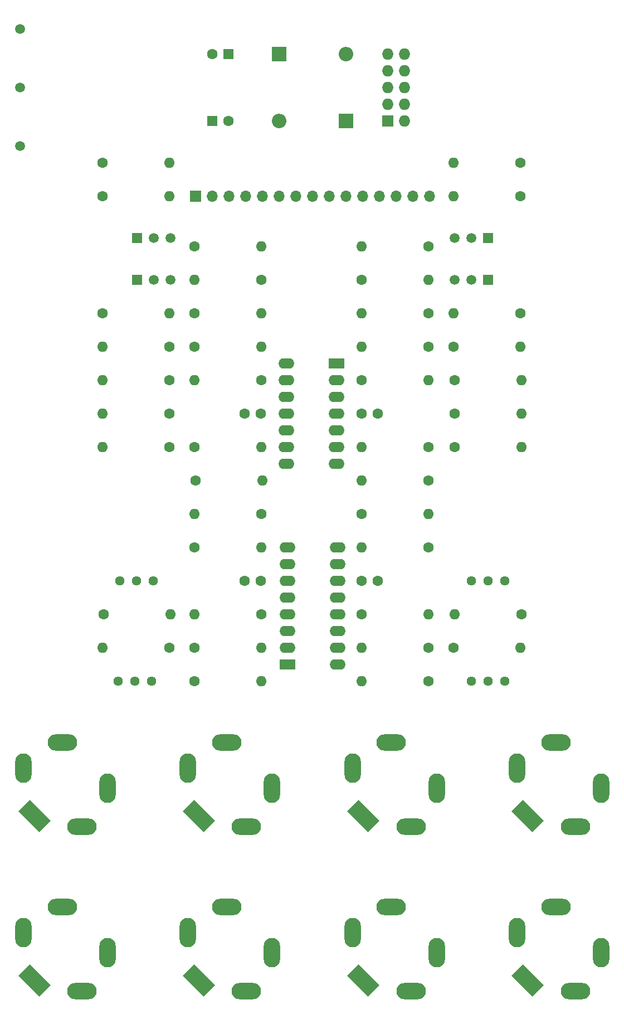
<source format=gts>
G04 #@! TF.GenerationSoftware,KiCad,Pcbnew,7.0.0-rc2-unknown-92a61b187f~165~ubuntu22.04.1*
G04 #@! TF.CreationDate,2023-02-10T21:55:45-05:00*
G04 #@! TF.ProjectId,dualvca_b1,6475616c-7663-4615-9f62-312e6b696361,rev?*
G04 #@! TF.SameCoordinates,Original*
G04 #@! TF.FileFunction,Soldermask,Top*
G04 #@! TF.FilePolarity,Negative*
%FSLAX46Y46*%
G04 Gerber Fmt 4.6, Leading zero omitted, Abs format (unit mm)*
G04 Created by KiCad (PCBNEW 7.0.0-rc2-unknown-92a61b187f~165~ubuntu22.04.1) date 2023-02-10 21:55:45*
%MOMM*%
%LPD*%
G01*
G04 APERTURE LIST*
G04 Aperture macros list*
%AMRotRect*
0 Rectangle, with rotation*
0 The origin of the aperture is its center*
0 $1 length*
0 $2 width*
0 $3 Rotation angle, in degrees counterclockwise*
0 Add horizontal line*
21,1,$1,$2,0,0,$3*%
G04 Aperture macros list end*
%ADD10O,2.500000X4.500001*%
%ADD11O,4.500001X2.500001*%
%ADD12RotRect,4.500001X2.500001X315.000000*%
%ADD13O,4.500000X2.500000*%
%ADD14O,2.500000X4.500000*%
%ADD15C,1.500000*%
%ADD16R,1.700000X1.700000*%
%ADD17O,1.700000X1.700000*%
%ADD18C,1.600000*%
%ADD19O,1.600000X1.600000*%
%ADD20R,1.500000X1.500000*%
%ADD21R,2.200000X2.200000*%
%ADD22O,2.200000X2.200000*%
%ADD23C,1.440000*%
%ADD24R,2.400000X1.600000*%
%ADD25O,2.400000X1.600000*%
%ADD26R,1.600000X1.600000*%
%ADD27R,1.727200X1.727200*%
%ADD28O,1.727200X1.727200*%
G04 APERTURE END LIST*
D10*
G04 #@! TO.C,J8*
X168899999Y-167999999D03*
D11*
X164999999Y-173899999D03*
D12*
X157759999Y-172239999D03*
D13*
X161999999Y-161099999D03*
D14*
X156099999Y-164999999D03*
G04 #@! TD*
D10*
G04 #@! TO.C,J3*
X143899999Y-167999999D03*
D11*
X139999999Y-173899999D03*
D12*
X132759999Y-172239999D03*
D13*
X136999999Y-161099999D03*
D14*
X131099999Y-164999999D03*
G04 #@! TD*
D15*
G04 #@! TO.C,TP102*
X105550000Y-36620000D03*
G04 #@! TD*
D16*
G04 #@! TO.C,J101*
X132224999Y-53129999D03*
D17*
X134764999Y-53129999D03*
X137304999Y-53129999D03*
X139844999Y-53129999D03*
X142384999Y-53129999D03*
X144924999Y-53129999D03*
X147464999Y-53129999D03*
X150004999Y-53129999D03*
X152544999Y-53129999D03*
X155084999Y-53129999D03*
X157624999Y-53129999D03*
X160164999Y-53129999D03*
X162704999Y-53129999D03*
X165244999Y-53129999D03*
X167784999Y-53129999D03*
G04 #@! TD*
D10*
G04 #@! TO.C,J1*
X118899999Y-142999999D03*
D11*
X114999999Y-148899999D03*
D12*
X107759999Y-147239999D03*
D13*
X111999999Y-136099999D03*
D14*
X106099999Y-139999999D03*
G04 #@! TD*
D10*
G04 #@! TO.C,J7*
X193899999Y-167999999D03*
D11*
X189999999Y-173899999D03*
D12*
X182759999Y-172239999D03*
D13*
X186999999Y-161099999D03*
D14*
X181099999Y-164999999D03*
G04 #@! TD*
D10*
G04 #@! TO.C,J5*
X168899999Y-142999999D03*
D11*
X164999999Y-148899999D03*
D12*
X157759999Y-147239999D03*
D13*
X161999999Y-136099999D03*
D14*
X156099999Y-139999999D03*
G04 #@! TD*
D10*
G04 #@! TO.C,J6*
X193899999Y-142999999D03*
D11*
X189999999Y-148899999D03*
D12*
X182759999Y-147239999D03*
D13*
X186999999Y-136099999D03*
D14*
X181099999Y-139999999D03*
G04 #@! TD*
D10*
G04 #@! TO.C,J4*
X118899999Y-167999999D03*
D11*
X114999999Y-173899999D03*
D12*
X107759999Y-172239999D03*
D13*
X111999999Y-161099999D03*
D14*
X106099999Y-164999999D03*
G04 #@! TD*
D15*
G04 #@! TO.C,TP101*
X105550000Y-27730000D03*
G04 #@! TD*
G04 #@! TO.C,TP103*
X105550000Y-45510000D03*
G04 #@! TD*
D10*
G04 #@! TO.C,J2*
X143899999Y-142999999D03*
D11*
X139999999Y-148899999D03*
D12*
X132759999Y-147239999D03*
D13*
X136999999Y-136099999D03*
D14*
X131099999Y-139999999D03*
G04 #@! TD*
D18*
G04 #@! TO.C,R9*
X142245000Y-65830000D03*
D19*
X132084999Y-65829999D03*
G04 #@! TD*
D20*
G04 #@! TO.C,Q2*
X123329999Y-59479999D03*
D15*
X125870000Y-59480000D03*
X128410000Y-59480000D03*
G04 #@! TD*
D18*
G04 #@! TO.C,R13*
X128275000Y-75990000D03*
D19*
X118114999Y-75989999D03*
G04 #@! TD*
D18*
G04 #@! TO.C,R17*
X142245000Y-101390000D03*
D19*
X132084999Y-101389999D03*
G04 #@! TD*
D18*
G04 #@! TO.C,R23*
X171590000Y-86150000D03*
D19*
X181749999Y-86149999D03*
G04 #@! TD*
D18*
G04 #@! TO.C,R11*
X128275000Y-81070000D03*
D19*
X118114999Y-81069999D03*
G04 #@! TD*
D20*
G04 #@! TO.C,Q1*
X123329999Y-65829999D03*
D15*
X125870000Y-65830000D03*
X128410000Y-65830000D03*
G04 #@! TD*
D21*
G04 #@! TO.C,D102*
X155079999Y-41699999D03*
D22*
X144919999Y-41699999D03*
G04 #@! TD*
D18*
G04 #@! TO.C,R28*
X157485000Y-81070000D03*
D19*
X167644999Y-81069999D03*
G04 #@! TD*
D18*
G04 #@! TO.C,R4*
X128275000Y-91230000D03*
D19*
X118114999Y-91229999D03*
G04 #@! TD*
D18*
G04 #@! TO.C,R29*
X167645000Y-96310000D03*
D19*
X157484999Y-96309999D03*
G04 #@! TD*
D18*
G04 #@! TO.C,R33*
X171590000Y-81070000D03*
D19*
X181749999Y-81069999D03*
G04 #@! TD*
D18*
G04 #@! TO.C,R21*
X132085000Y-121710000D03*
D19*
X142244999Y-121709999D03*
G04 #@! TD*
D18*
G04 #@! TO.C,R16*
X132085000Y-106470000D03*
D19*
X142244999Y-106469999D03*
G04 #@! TD*
D23*
G04 #@! TO.C,RV18*
X120510000Y-126790000D03*
X123050000Y-126790000D03*
X125590000Y-126790000D03*
G04 #@! TD*
D18*
G04 #@! TO.C,R27*
X167645000Y-91230000D03*
D19*
X157484999Y-91229999D03*
G04 #@! TD*
D18*
G04 #@! TO.C,R34*
X181615000Y-53130000D03*
D19*
X171454999Y-53129999D03*
G04 #@! TD*
D24*
G04 #@! TO.C,U2*
X146189999Y-124249999D03*
D25*
X146189999Y-121709999D03*
X146189999Y-119169999D03*
X146189999Y-116629999D03*
X146189999Y-114089999D03*
X146189999Y-111549999D03*
X146189999Y-109009999D03*
X146189999Y-106469999D03*
X153809999Y-106469999D03*
X153809999Y-109009999D03*
X153809999Y-111549999D03*
X153809999Y-114089999D03*
X153809999Y-116629999D03*
X153809999Y-119169999D03*
X153809999Y-121709999D03*
X153809999Y-124249999D03*
G04 #@! TD*
D18*
G04 #@! TO.C,R101*
X118115000Y-70910000D03*
D19*
X128274999Y-70909999D03*
G04 #@! TD*
D23*
G04 #@! TO.C,RV45*
X120780000Y-111550000D03*
X123320000Y-111550000D03*
X125860000Y-111550000D03*
G04 #@! TD*
D18*
G04 #@! TO.C,R8*
X132085000Y-60750000D03*
D19*
X142244999Y-60749999D03*
G04 #@! TD*
D18*
G04 #@! TO.C,R42*
X171455000Y-121710000D03*
D19*
X181614999Y-121709999D03*
G04 #@! TD*
D18*
G04 #@! TO.C,C3*
X157485000Y-111550000D03*
X159985000Y-111550000D03*
G04 #@! TD*
D23*
G04 #@! TO.C,RV41*
X179210000Y-126790000D03*
X176670000Y-126790000D03*
X174130000Y-126790000D03*
G04 #@! TD*
D18*
G04 #@! TO.C,R31*
X157485000Y-65830000D03*
D19*
X167644999Y-65829999D03*
G04 #@! TD*
D20*
G04 #@! TO.C,Q3*
X176669999Y-65829999D03*
D15*
X174130000Y-65830000D03*
X171590000Y-65830000D03*
G04 #@! TD*
D18*
G04 #@! TO.C,R14*
X118115000Y-53130000D03*
D19*
X128274999Y-53129999D03*
G04 #@! TD*
D18*
G04 #@! TO.C,R48*
X181750000Y-116630000D03*
D19*
X171589999Y-116629999D03*
G04 #@! TD*
D18*
G04 #@! TO.C,C6*
X139705000Y-111550000D03*
X142205000Y-111550000D03*
G04 #@! TD*
G04 #@! TO.C,C2*
X157485000Y-86150000D03*
X159985000Y-86150000D03*
G04 #@! TD*
G04 #@! TO.C,R37*
X181615000Y-70910000D03*
D19*
X171454999Y-70909999D03*
G04 #@! TD*
D18*
G04 #@! TO.C,R40*
X167645000Y-126790000D03*
D19*
X157484999Y-126789999D03*
G04 #@! TD*
D18*
G04 #@! TO.C,R7*
X132220000Y-96310000D03*
D19*
X142379999Y-96309999D03*
G04 #@! TD*
D18*
G04 #@! TO.C,R22*
X142245000Y-116630000D03*
D19*
X132084999Y-116629999D03*
G04 #@! TD*
D18*
G04 #@! TO.C,R24*
X167645000Y-70910000D03*
D19*
X157484999Y-70909999D03*
G04 #@! TD*
D18*
G04 #@! TO.C,R39*
X157485000Y-101390000D03*
D19*
X167644999Y-101389999D03*
G04 #@! TD*
D18*
G04 #@! TO.C,R43*
X167645000Y-121710000D03*
D19*
X157484999Y-121709999D03*
G04 #@! TD*
D20*
G04 #@! TO.C,Q4*
X176669999Y-59479999D03*
D15*
X174130000Y-59480000D03*
X171590000Y-59480000D03*
G04 #@! TD*
D18*
G04 #@! TO.C,R30*
X167645000Y-60750000D03*
D19*
X157484999Y-60749999D03*
G04 #@! TD*
D18*
G04 #@! TO.C,R35*
X181615000Y-48050000D03*
D19*
X171454999Y-48049999D03*
G04 #@! TD*
D18*
G04 #@! TO.C,R44*
X157485000Y-116630000D03*
D19*
X167644999Y-116629999D03*
G04 #@! TD*
D18*
G04 #@! TO.C,R6*
X142245000Y-81070000D03*
D19*
X132084999Y-81069999D03*
G04 #@! TD*
D18*
G04 #@! TO.C,R2*
X132085000Y-70910000D03*
D19*
X142244999Y-70909999D03*
G04 #@! TD*
D18*
G04 #@! TO.C,R3*
X132085000Y-75990000D03*
D19*
X142244999Y-75989999D03*
G04 #@! TD*
D18*
G04 #@! TO.C,C5*
X139705000Y-86150000D03*
X142205000Y-86150000D03*
G04 #@! TD*
G04 #@! TO.C,R19*
X132085000Y-126790000D03*
D19*
X142244999Y-126789999D03*
G04 #@! TD*
D18*
G04 #@! TO.C,R38*
X167645000Y-106470000D03*
D19*
X157484999Y-106469999D03*
G04 #@! TD*
D26*
G04 #@! TO.C,C1*
X137259999Y-31539999D03*
D18*
X134760000Y-31540000D03*
G04 #@! TD*
D24*
G04 #@! TO.C,U1*
X153674999Y-78529999D03*
D25*
X153674999Y-81069999D03*
X153674999Y-83609999D03*
X153674999Y-86149999D03*
X153674999Y-88689999D03*
X153674999Y-91229999D03*
X153674999Y-93769999D03*
X146054999Y-93769999D03*
X146054999Y-91229999D03*
X146054999Y-88689999D03*
X146054999Y-86149999D03*
X146054999Y-83609999D03*
X146054999Y-81069999D03*
X146054999Y-78529999D03*
G04 #@! TD*
D23*
G04 #@! TO.C,RV47*
X179210000Y-111550000D03*
X176670000Y-111550000D03*
X174130000Y-111550000D03*
G04 #@! TD*
D26*
G04 #@! TO.C,C4*
X134759999Y-41699999D03*
D18*
X137260000Y-41700000D03*
G04 #@! TD*
G04 #@! TO.C,R46*
X118250000Y-116630000D03*
D19*
X128409999Y-116629999D03*
G04 #@! TD*
D21*
G04 #@! TO.C,D101*
X144919999Y-31539999D03*
D22*
X155079999Y-31539999D03*
G04 #@! TD*
D18*
G04 #@! TO.C,R26*
X171590000Y-91230000D03*
D19*
X181749999Y-91229999D03*
G04 #@! TD*
D27*
G04 #@! TO.C,J103*
X161429999Y-41699999D03*
D28*
X163969999Y-41699999D03*
X161429999Y-39159999D03*
X163969999Y-39159999D03*
X161429999Y-36619999D03*
X163969999Y-36619999D03*
X161429999Y-34079999D03*
X163969999Y-34079999D03*
X161429999Y-31539999D03*
X163969999Y-31539999D03*
G04 #@! TD*
D18*
G04 #@! TO.C,R15*
X118115000Y-48050000D03*
D19*
X128274999Y-48049999D03*
G04 #@! TD*
D18*
G04 #@! TO.C,R1*
X128275000Y-86150000D03*
D19*
X118114999Y-86149999D03*
G04 #@! TD*
D18*
G04 #@! TO.C,R36*
X171455000Y-75990000D03*
D19*
X181614999Y-75989999D03*
G04 #@! TD*
D18*
G04 #@! TO.C,R5*
X132085000Y-91230000D03*
D19*
X142244999Y-91229999D03*
G04 #@! TD*
D18*
G04 #@! TO.C,R20*
X128275000Y-121710000D03*
D19*
X118114999Y-121709999D03*
G04 #@! TD*
D18*
G04 #@! TO.C,R25*
X167645000Y-75990000D03*
D19*
X157484999Y-75989999D03*
G04 #@! TD*
M02*

</source>
